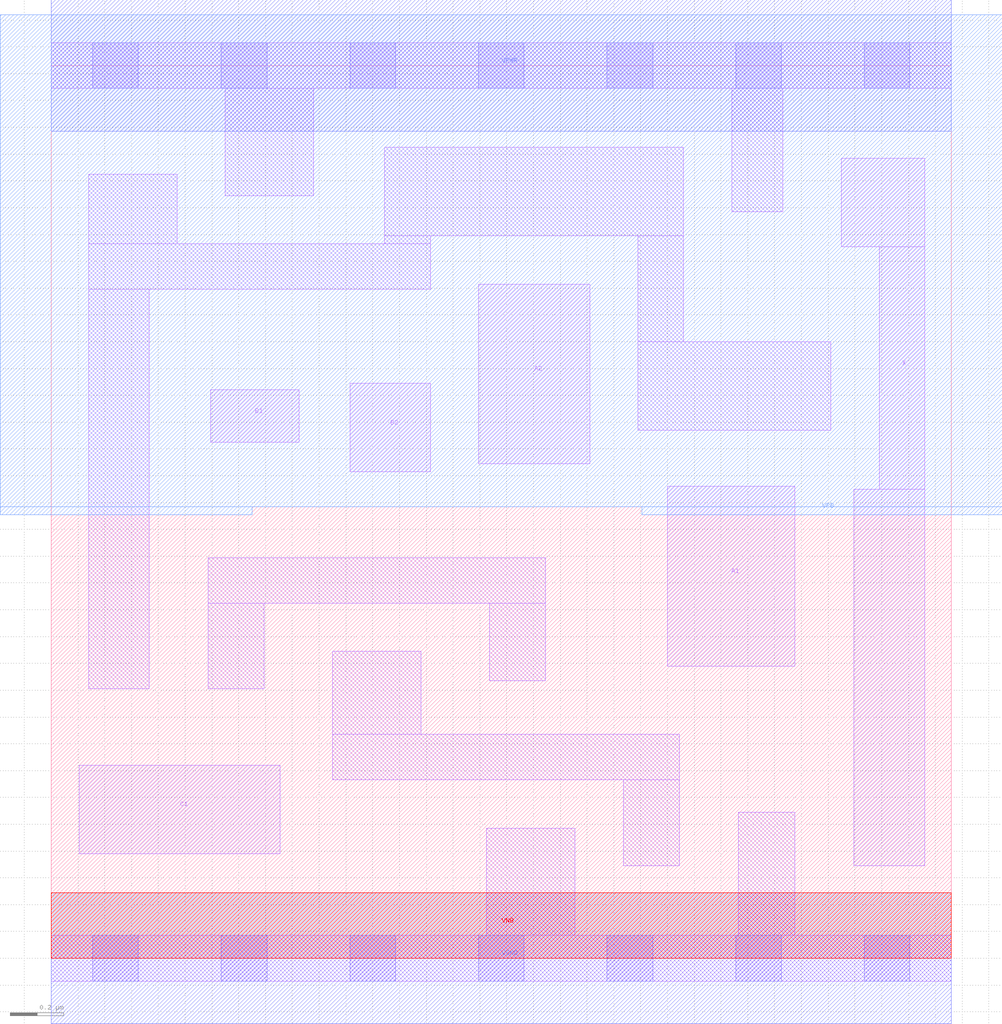
<source format=lef>
# Copyright 2020 The SkyWater PDK Authors
#
# Licensed under the Apache License, Version 2.0 (the "License");
# you may not use this file except in compliance with the License.
# You may obtain a copy of the License at
#
#     https://www.apache.org/licenses/LICENSE-2.0
#
# Unless required by applicable law or agreed to in writing, software
# distributed under the License is distributed on an "AS IS" BASIS,
# WITHOUT WARRANTIES OR CONDITIONS OF ANY KIND, either express or implied.
# See the License for the specific language governing permissions and
# limitations under the License.
#
# SPDX-License-Identifier: Apache-2.0

VERSION 5.7 ;
  NOWIREEXTENSIONATPIN ON ;
  DIVIDERCHAR "/" ;
  BUSBITCHARS "[]" ;
MACRO sky130_fd_sc_lp__o221a_m
  CLASS CORE ;
  FOREIGN sky130_fd_sc_lp__o221a_m ;
  ORIGIN  0.000000  0.000000 ;
  SIZE  3.360000 BY  3.330000 ;
  SYMMETRY X Y R90 ;
  SITE unit ;
  PIN A1
    ANTENNAGATEAREA  0.126000 ;
    DIRECTION INPUT ;
    USE SIGNAL ;
    PORT
      LAYER li1 ;
        RECT 2.300000 1.090000 2.775000 1.760000 ;
    END
  END A1
  PIN A2
    ANTENNAGATEAREA  0.126000 ;
    DIRECTION INPUT ;
    USE SIGNAL ;
    PORT
      LAYER li1 ;
        RECT 1.595000 1.845000 2.010000 2.515000 ;
    END
  END A2
  PIN B1
    ANTENNAGATEAREA  0.126000 ;
    DIRECTION INPUT ;
    USE SIGNAL ;
    PORT
      LAYER li1 ;
        RECT 0.595000 1.925000 0.925000 2.120000 ;
    END
  END B1
  PIN B2
    ANTENNAGATEAREA  0.126000 ;
    DIRECTION INPUT ;
    USE SIGNAL ;
    PORT
      LAYER li1 ;
        RECT 1.115000 1.815000 1.415000 2.145000 ;
    END
  END B2
  PIN C1
    ANTENNAGATEAREA  0.126000 ;
    DIRECTION INPUT ;
    USE SIGNAL ;
    PORT
      LAYER li1 ;
        RECT 0.105000 0.390000 0.855000 0.720000 ;
    END
  END C1
  PIN X
    ANTENNADIFFAREA  0.222600 ;
    DIRECTION OUTPUT ;
    USE SIGNAL ;
    PORT
      LAYER li1 ;
        RECT 2.950000 2.655000 3.260000 2.985000 ;
        RECT 2.995000 0.345000 3.260000 1.750000 ;
        RECT 3.090000 1.750000 3.260000 2.655000 ;
    END
  END X
  PIN VGND
    DIRECTION INOUT ;
    USE GROUND ;
    PORT
      LAYER met1 ;
        RECT 0.000000 -0.245000 3.360000 0.245000 ;
    END
  END VGND
  PIN VNB
    DIRECTION INOUT ;
    USE GROUND ;
    PORT
      LAYER pwell ;
        RECT 0.000000 0.000000 3.360000 0.245000 ;
    END
  END VNB
  PIN VPB
    DIRECTION INOUT ;
    USE POWER ;
    PORT
      LAYER nwell ;
        RECT -0.190000 1.655000 0.750000 1.685000 ;
        RECT -0.190000 1.685000 3.550000 3.520000 ;
        RECT  2.205000 1.655000 3.550000 1.685000 ;
    END
  END VPB
  PIN VPWR
    DIRECTION INOUT ;
    USE POWER ;
    PORT
      LAYER met1 ;
        RECT 0.000000 3.085000 3.360000 3.575000 ;
    END
  END VPWR
  OBS
    LAYER li1 ;
      RECT 0.000000 -0.085000 3.360000 0.085000 ;
      RECT 0.000000  3.245000 3.360000 3.415000 ;
      RECT 0.140000  1.005000 0.365000 2.495000 ;
      RECT 0.140000  2.495000 1.415000 2.665000 ;
      RECT 0.140000  2.665000 0.470000 2.925000 ;
      RECT 0.585000  1.005000 0.795000 1.325000 ;
      RECT 0.585000  1.325000 1.845000 1.495000 ;
      RECT 0.650000  2.845000 0.980000 3.245000 ;
      RECT 1.050000  0.665000 2.345000 0.835000 ;
      RECT 1.050000  0.835000 1.380000 1.145000 ;
      RECT 1.245000  2.665000 1.415000 2.695000 ;
      RECT 1.245000  2.695000 2.360000 3.025000 ;
      RECT 1.625000  0.085000 1.955000 0.485000 ;
      RECT 1.635000  1.035000 1.845000 1.325000 ;
      RECT 2.135000  0.345000 2.345000 0.665000 ;
      RECT 2.190000  1.970000 2.910000 2.300000 ;
      RECT 2.190000  2.300000 2.360000 2.695000 ;
      RECT 2.540000  2.785000 2.730000 3.245000 ;
      RECT 2.565000  0.085000 2.775000 0.545000 ;
    LAYER mcon ;
      RECT 0.155000 -0.085000 0.325000 0.085000 ;
      RECT 0.155000  3.245000 0.325000 3.415000 ;
      RECT 0.635000 -0.085000 0.805000 0.085000 ;
      RECT 0.635000  3.245000 0.805000 3.415000 ;
      RECT 1.115000 -0.085000 1.285000 0.085000 ;
      RECT 1.115000  3.245000 1.285000 3.415000 ;
      RECT 1.595000 -0.085000 1.765000 0.085000 ;
      RECT 1.595000  3.245000 1.765000 3.415000 ;
      RECT 2.075000 -0.085000 2.245000 0.085000 ;
      RECT 2.075000  3.245000 2.245000 3.415000 ;
      RECT 2.555000 -0.085000 2.725000 0.085000 ;
      RECT 2.555000  3.245000 2.725000 3.415000 ;
      RECT 3.035000 -0.085000 3.205000 0.085000 ;
      RECT 3.035000  3.245000 3.205000 3.415000 ;
  END
END sky130_fd_sc_lp__o221a_m
END LIBRARY

</source>
